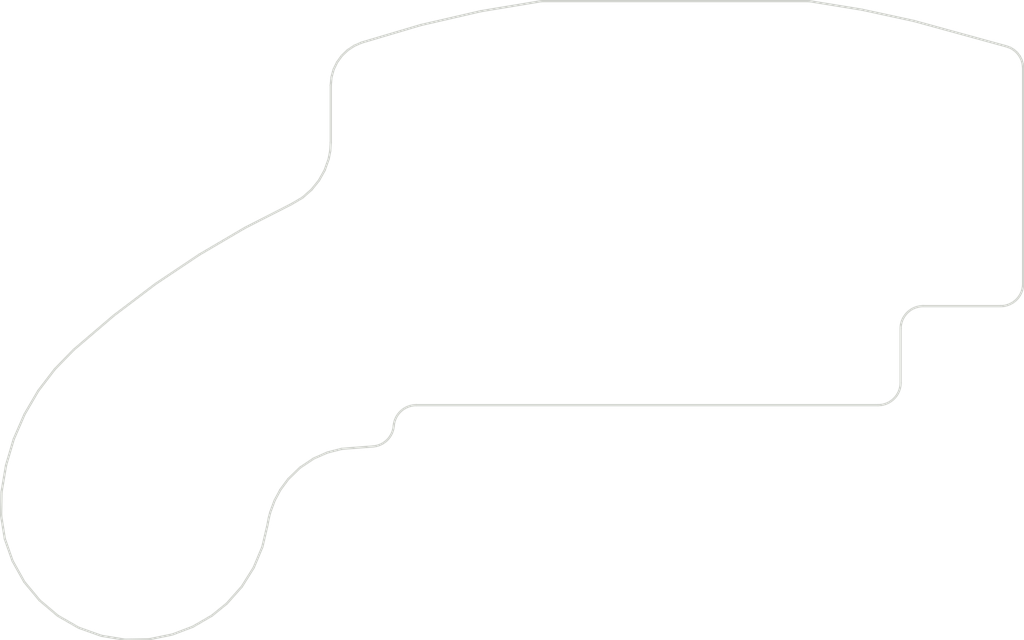
<source format=kicad_pcb>
(kicad_pcb
	(version 20241229)
	(generator "pcbnew")
	(generator_version "9.0")
	(general
		(thickness 0.99968)
		(legacy_teardrops no)
	)
	(paper "A4")
	(layers
		(0 "F.Cu" signal "Top Layer")
		(2 "B.Cu" signal "Bottom Layer")
		(9 "F.Adhes" user "F.Adhesive")
		(11 "B.Adhes" user "B.Adhesive")
		(13 "F.Paste" user "Top Paste")
		(15 "B.Paste" user "Bottom Paste")
		(5 "F.SilkS" user "Top Overlay")
		(7 "B.SilkS" user "Bottom Overlay")
		(1 "F.Mask" user "Top Solder")
		(3 "B.Mask" user "Bottom Solder")
		(17 "Dwgs.User" user "User.Drawings")
		(19 "Cmts.User" user "User.Comments")
		(21 "Eco1.User" user "User.Eco1")
		(23 "Eco2.User" user "User.Eco2")
		(25 "Edge.Cuts" user)
		(27 "Margin" user)
		(31 "F.CrtYd" user "Top Courtyard")
		(29 "B.CrtYd" user "B.Courtyard")
		(35 "F.Fab" user "Mechanical 12")
		(33 "B.Fab" user "Mechanical 13")
		(39 "User.1" user "Mechanical 1")
		(41 "User.2" user "Top Tenting")
		(43 "User.3" user)
		(45 "User.4" user "Bottom Tenting")
	)
	(setup
		(pad_to_mask_clearance 0.1016)
		(allow_soldermask_bridges_in_footprints no)
		(tenting front back)
		(aux_axis_origin 126.917105 194.98809)
		(grid_origin 126.917105 194.98809)
		(pcbplotparams
			(layerselection 0x00000000_00000000_55555555_5755f5ff)
			(plot_on_all_layers_selection 0x00000000_00000000_00000000_00000000)
			(disableapertmacros no)
			(usegerberextensions no)
			(usegerberattributes yes)
			(usegerberadvancedattributes yes)
			(creategerberjobfile yes)
			(dashed_line_dash_ratio 12.000000)
			(dashed_line_gap_ratio 3.000000)
			(svgprecision 4)
			(plotframeref no)
			(mode 1)
			(useauxorigin no)
			(hpglpennumber 1)
			(hpglpenspeed 20)
			(hpglpendiameter 15.000000)
			(pdf_front_fp_property_popups yes)
			(pdf_back_fp_property_popups yes)
			(pdf_metadata yes)
			(pdf_single_document no)
			(dxfpolygonmode yes)
			(dxfimperialunits yes)
			(dxfusepcbnewfont yes)
			(psnegative no)
			(psa4output no)
			(plot_black_and_white yes)
			(sketchpadsonfab no)
			(plotpadnumbers no)
			(hidednponfab no)
			(sketchdnponfab yes)
			(crossoutdnponfab yes)
			(subtractmaskfromsilk no)
			(outputformat 1)
			(mirror no)
			(drillshape 1)
			(scaleselection 1)
			(outputdirectory "")
		)
	)
	(net 0 "")
	(gr_line
		(start 122.442156 114.153)
		(end 122.866156 113.907)
		(stroke
			(width 0.05)
			(type default)
		)
		(layer "Edge.Cuts")
		(uuid "01bbf370-7ed4-4cc6-aeb3-fe36a4099545")
	)
	(gr_line
		(start 118.708156 109.432)
		(end 118.468156 109.986)
		(stroke
			(width 0.05)
			(type default)
		)
		(layer "Edge.Cuts")
		(uuid "06e30cdc-c556-4361-8982-3381b9a0246f")
	)
	(gr_line
		(start 125.494156 103.582)
		(end 125.459156 103.762)
		(stroke
			(width 0.05)
			(type default)
		)
		(layer "Edge.Cuts")
		(uuid "085c3a6a-b240-42c9-a642-8ef8722c1e90")
	)
	(gr_line
		(start 118.442156 112.691)
		(end 118.702156 113.156)
		(stroke
			(width 0.05)
			(type default)
		)
		(layer "Edge.Cuts")
		(uuid "0901a132-0e03-4f35-ab81-8b084182c781")
	)
	(gr_line
		(start 140.595156 101.291)
		(end 140.508156 101.259)
		(stroke
			(width 0.05)
			(type default)
		)
		(layer "Edge.Cuts")
		(uuid "0c3bb023-b387-48e8-94a1-41b8d2b1ce21")
	)
	(gr_line
		(start 119.042156 113.566)
		(end 119.449156 113.91)
		(stroke
			(width 0.05)
			(type default)
		)
		(layer "Edge.Cuts")
		(uuid "1aaebe53-9d74-494f-9084-d313375ec6e3")
	)
	(gr_line
		(start 124.128156 111.745)
		(end 124.164156 111.606)
		(stroke
			(width 0.05)
			(type default)
		)
		(layer "Edge.Cuts")
		(uuid "2a6fd3c3-843d-47eb-a920-6a05ca5baa31")
	)
	(gr_line
		(start 137.296156 100.443)
		(end 136.126156 100.253)
		(stroke
			(width 0.05)
			(type default)
		)
		(layer "Edge.Cuts")
		(uuid "2cda5bb6-87c1-4115-b912-6bd714c7e2b0")
	)
	(gr_line
		(start 138.657156 107.03)
		(end 140.376156 107.03)
		(stroke
			(width 0.05)
			(type default)
		)
		(layer "Edge.Cuts")
		(uuid "2d83d49d-e295-46d7-82f9-f1d958325237")
	)
	(gr_line
		(start 127.402843 109.23)
		(end 137.657156 109.23)
		(stroke
			(width 0.05)
			(type default)
		)
		(layer "Edge.Cuts")
		(uuid "302fa168-7e7b-4c89-b723-5a354afefa11")
	)
	(gr_line
		(start 121.989156 114.325)
		(end 122.442156 114.153)
		(stroke
			(width 0.05)
			(type default)
		)
		(layer "Edge.Cuts")
		(uuid "32d47dea-a1da-4d68-a65e-e657e853aa80")
	)
	(gr_line
		(start 125.879156 101.344)
		(end 125.751156 101.467)
		(stroke
			(width 0.05)
			(type default)
		)
		(layer "Edge.Cuts")
		(uuid "33d270a5-5278-4fe8-bc4b-f6c8c7e3122d")
	)
	(gr_line
		(start 140.876156 106.53)
		(end 140.876156 101.741)
		(stroke
			(width 0.05)
			(type default)
		)
		(layer "Edge.Cuts")
		(uuid "37669730-9d36-4064-8bb2-d6604da8b73d")
	)
	(gr_line
		(start 123.795156 112.84)
		(end 123.988156 112.378)
		(stroke
			(width 0.05)
			(type default)
		)
		(layer "Edge.Cuts")
		(uuid "3984170d-3123-44a2-be4b-7a26c71bc130")
	)
	(gr_arc
		(start 138.157156 108.73)
		(mid 138.010709 109.083553)
		(end 137.657156 109.23)
		(stroke
			(width 0.05)
			(type default)
		)
		(layer "Edge.Cuts")
		(uuid "3e4fb837-183d-4894-9ffe-5ef5e61dc92f")
	)
	(gr_line
		(start 140.508156 101.259)
		(end 138.453156 100.694)
		(stroke
			(width 0.05)
			(type default)
		)
		(layer "Edge.Cuts")
		(uuid "45e80fb4-4e31-40d4-a903-a46a0d2814ed")
	)
	(gr_line
		(start 118.702156 113.156)
		(end 119.042156 113.566)
		(stroke
			(width 0.05)
			(type default)
		)
		(layer "Edge.Cuts")
		(uuid "46476220-0843-461e-90fb-2d6839b458fc")
	)
	(gr_line
		(start 125.751156 101.467)
		(end 125.646156 101.612)
		(stroke
			(width 0.05)
			(type default)
		)
		(layer "Edge.Cuts")
		(uuid "4d87fab3-36ea-4711-aff8-d0e9a2813a51")
	)
	(gr_line
		(start 118.297156 110.566)
		(end 118.197156 111.162)
		(stroke
			(width 0.05)
			(type default)
		)
		(layer "Edge.Cuts")
		(uuid "5405117a-71bb-4f06-9e3d-ecbc94df9b18")
	)
	(gr_line
		(start 121.471156 114.431)
		(end 121.989156 114.325)
		(stroke
			(width 0.05)
			(type default)
		)
		(layer "Edge.Cuts")
		(uuid "56bf72be-1472-464e-9b6a-a53de01973d8")
	)
	(gr_line
		(start 120.689156 107.239)
		(end 119.802156 107.997)
		(stroke
			(width 0.05)
			(type default)
		)
		(layer "Edge.Cuts")
		(uuid "596972fb-b25f-46d2-8da0-bd281207401e")
	)
	(gr_line
		(start 124.635156 104.762)
		(end 123.596156 105.293)
		(stroke
			(width 0.05)
			(type default)
		)
		(layer "Edge.Cuts")
		(uuid "5ae1f671-132a-483c-9c00-8bec02f32988")
	)
	(gr_line
		(start 124.164156 111.606)
		(end 124.259156 111.349)
		(stroke
			(width 0.05)
			(type default)
		)
		(layer "Edge.Cuts")
		(uuid "5b099d60-3613-4b07-a434-ede33cb612f0")
	)
	(gr_line
		(start 140.744156 101.402)
		(end 140.675156 101.34)
		(stroke
			(width 0.05)
			(type default)
		)
		(layer "Edge.Cuts")
		(uuid "5ca07fe7-940e-4b37-ae9e-b3222a3c7799")
	)
	(gr_line
		(start 124.259156 111.349)
		(end 124.388156 111.108)
		(stroke
			(width 0.05)
			(type default)
		)
		(layer "Edge.Cuts")
		(uuid "5e5e2cad-865e-4fc7-9ebd-cfa9c6252b9a")
	)
	(gr_line
		(start 140.867156 101.648)
		(end 140.842156 101.559)
		(stroke
			(width 0.05)
			(type default)
		)
		(layer "Edge.Cuts")
		(uuid "627097eb-f77d-4e6b-a460-3870f73406d8")
	)
	(gr_line
		(start 122.866156 113.907)
		(end 123.198156 113.637)
		(stroke
			(width 0.05)
			(type default)
		)
		(layer "Edge.Cuts")
		(uuid "643f5c6e-00a9-43a1-81e5-d6aec92241c4")
	)
	(gr_line
		(start 140.800156 101.476)
		(end 140.744156 101.402)
		(stroke
			(width 0.05)
			(type default)
		)
		(layer "Edge.Cuts")
		(uuid "6bf4a784-f9aa-4a15-98b9-dd102fa752e9")
	)
	(gr_line
		(start 124.102156 111.887)
		(end 124.128156 111.745)
		(stroke
			(width 0.05)
			(type default)
		)
		(layer "Edge.Cuts")
		(uuid "6c6ee473-fb9a-435b-8ff4-baa70b114e69")
	)
	(gr_line
		(start 125.506156 102.123)
		(end 125.506156 103.396)
		(stroke
			(width 0.05)
			(type default)
		)
		(layer "Edge.Cuts")
		(uuid "6f700c93-d7d0-4b96-9fd3-a668b0180449")
	)
	(gr_line
		(start 140.876156 101.741)
		(end 140.867156 101.648)
		(stroke
			(width 0.05)
			(type default)
		)
		(layer "Edge.Cuts")
		(uuid "714706e5-76f7-4561-add4-db9f5bccc105")
	)
	(gr_line
		(start 125.079156 104.442)
		(end 124.878156 104.619)
		(stroke
			(width 0.05)
			(type default)
		)
		(layer "Edge.Cuts")
		(uuid "714e8217-efdf-4177-979a-b70480a5e00c")
	)
	(gr_line
		(start 123.596156 105.293)
		(end 122.589156 105.885)
		(stroke
			(width 0.05)
			(type default)
		)
		(layer "Edge.Cuts")
		(uuid "73e73c31-a53e-4de8-9528-b0d58124f6da")
	)
	(gr_line
		(start 125.506156 103.396)
		(end 125.494156 103.582)
		(stroke
			(width 0.05)
			(type default)
		)
		(layer "Edge.Cuts")
		(uuid "7576bc70-59d6-4550-9b39-de6572df81bb")
	)
	(gr_line
		(start 124.563156 110.871)
		(end 124.825156 110.617)
		(stroke
			(width 0.05)
			(type default)
		)
		(layer "Edge.Cuts")
		(uuid "790bd14e-e850-4bbc-b96d-f3dcb0f5ce93")
	)
	(gr_line
		(start 119.911156 114.175)
		(end 120.413156 114.354)
		(stroke
			(width 0.05)
			(type default)
		)
		(layer "Edge.Cuts")
		(uuid "7b2edd88-714c-41ca-9fdd-635b0ca1e443")
	)
	(gr_line
		(start 123.988156 112.378)
		(end 124.102156 111.887)
		(stroke
			(width 0.05)
			(type default)
		)
		(layer "Edge.Cuts")
		(uuid "7c0bf5b8-de86-4efc-b082-aa0f0425823a")
	)
	(gr_line
		(start 140.675156 101.34)
		(end 140.595156 101.291)
		(stroke
			(width 0.05)
			(type default)
		)
		(layer "Edge.Cuts")
		(uuid "83455a31-c56b-4b84-b4eb-419b5f7e8a98")
	)
	(gr_line
		(start 121.619156 106.534)
		(end 120.689156 107.239)
		(stroke
			(width 0.05)
			(type default)
		)
		(layer "Edge.Cuts")
		(uuid "8c4d5a6b-3a5c-4d35-ab9c-ea89d6551ac1")
	)
	(gr_line
		(start 123.530156 113.263)
		(end 123.795156 112.84)
		(stroke
			(width 0.05)
			(type default)
		)
		(layer "Edge.Cuts")
		(uuid "8f4819b4-8c83-4c70-b344-c630349dc7cf")
	)
	(gr_line
		(start 120.939156 114.44)
		(end 121.471156 114.431)
		(stroke
			(width 0.05)
			(type default)
		)
		(layer "Edge.Cuts")
		(uuid "920f8cd1-dd63-44e1-8a85-5e9533d8757f")
	)
	(gr_line
		(start 124.388156 111.108)
		(end 124.563156 110.871)
		(stroke
			(width 0.05)
			(type default)
		)
		(layer "Edge.Cuts")
		(uuid "9307d402-4e23-4699-b5ae-17c6197647b9")
	)
	(gr_line
		(start 130.185156 100.253)
		(end 128.836156 100.477)
		(stroke
			(width 0.05)
			(type default)
		)
		(layer "Edge.Cuts")
		(uuid "9b8ac639-53b5-4eb5-a0be-a7d883ef0dc8")
	)
	(gr_line
		(start 140.842156 101.559)
		(end 140.800156 101.476)
		(stroke
			(width 0.05)
			(type default)
		)
		(layer "Edge.Cuts")
		(uuid "a4d688bf-08e6-4bb3-9ac9-729650dcb576")
	)
	(gr_line
		(start 120.413156 114.354)
		(end 120.939156 114.44)
		(stroke
			(width 0.05)
			(type default)
		)
		(layer "Edge.Cuts")
		(uuid "a9d88833-4cc8-44d2-986c-4f125cd70326")
	)
	(gr_line
		(start 119.013156 108.91)
		(end 118.708156 109.432)
		(stroke
			(width 0.05)
			(type default)
		)
		(layer "Edge.Cuts")
		(uuid "abb9c9e8-e6ba-4f52-bb8b-11b753318f53")
	)
	(gr_line
		(start 123.198156 113.637)
		(end 123.530156 113.263)
		(stroke
			(width 0.05)
			(type default)
		)
		(layer "Edge.Cuts")
		(uuid "ad267ea5-d738-45e5-b828-d367eace77d2")
	)
	(gr_line
		(start 138.157156 108.73)
		(end 138.157156 107.53)
		(stroke
			(width 0.05)
			(type default)
		)
		(layer "Edge.Cuts")
		(uuid "b3feea95-3c45-4d9e-b499-5ba4f3a1a05c")
	)
	(gr_line
		(start 128.836156 100.477)
		(end 127.503156 100.785)
		(stroke
			(width 0.05)
			(type default)
		)
		(layer "Edge.Cuts")
		(uuid "b5e8af6b-b0d7-4c1b-a5f4-55b6554a085c")
	)
	(gr_line
		(start 119.380156 108.43)
		(end 119.013156 108.91)
		(stroke
			(width 0.05)
			(type default)
		)
		(layer "Edge.Cuts")
		(uuid "b6cceb7e-df46-48d8-a34f-924ded8474a0")
	)
	(gr_line
		(start 138.453156 100.694)
		(end 137.296156 100.443)
		(stroke
			(width 0.05)
			(type default)
		)
		(layer "Edge.Cuts")
		(uuid "bad16263-4b69-468a-915c-0a1f6a428757")
	)
	(gr_line
		(start 124.878156 104.619)
		(end 124.635156 104.762)
		(stroke
			(width 0.05)
			(type default)
		)
		(layer "Edge.Cuts")
		(uuid "bb1cb3e2-c7c3-4ba1-ae75-1f2a4ebf8b5b")
	)
	(gr_line
		(start 127.503156 100.785)
		(end 126.192156 101.174)
		(stroke
			(width 0.05)
			(type default)
		)
		(layer "Edge.Cuts")
		(uuid "bb3c796f-d5f9-48bf-aafb-81674a91cbda")
	)
	(gr_line
		(start 125.371156 104.01)
		(end 125.244156 104.237)
		(stroke
			(width 0.05)
			(type default)
		)
		(layer "Edge.Cuts")
		(uuid "bd8f6d9a-5237-4b3a-b06f-75df082dbb65")
	)
	(gr_line
		(start 125.569156 101.773)
		(end 125.522156 101.945)
		(stroke
			(width 0.05)
			(type default)
		)
		(layer "Edge.Cuts")
		(uuid "c0326976-bb9a-4d3a-84b1-d311b5b979f2")
	)
	(gr_arc
		(start 126.904499 109.689333)
		(mid 126.758771 110.003155)
		(end 126.444181 110.147218)
		(stroke
			(width 0.05)
			(type default)
		)
		(layer "Edge.Cuts")
		(uuid "c0ccd409-2503-4421-9224-4a6dac5b721b")
	)
	(gr_line
		(start 118.270156 112.199)
		(end 118.442156 112.691)
		(stroke
			(width 0.05)
			(type default)
		)
		(layer "Edge.Cuts")
		(uuid "c9bb727e-9f27-400f-a50a-a3384eacc80f")
	)
	(gr_arc
		(start 140.876156 106.53)
		(mid 140.729709 106.883553)
		(end 140.376156 107.03)
		(stroke
			(width 0.05)
			(type default)
		)
		(layer "Edge.Cuts")
		(uuid "cf16cc36-348f-4ed1-a7e6-8efde9596e39")
	)
	(gr_line
		(start 122.589156 105.885)
		(end 121.619156 106.534)
		(stroke
			(width 0.05)
			(type default)
		)
		(layer "Edge.Cuts")
		(uuid "d0e3f612-a786-4011-806b-8fe61c8ffb82")
	)
	(gr_line
		(start 118.468156 109.986)
		(end 118.297156 110.566)
		(stroke
			(width 0.05)
			(type default)
		)
		(layer "Edge.Cuts")
		(uuid "d131de92-2203-44a0-a089-9a24cc7f7566")
	)
	(gr_line
		(start 136.126156 100.253)
		(end 130.185156 100.253)
		(stroke
			(width 0.05)
			(type default)
		)
		(layer "Edge.Cuts")
		(uuid "d22b0ae1-1a69-4348-8874-5a4f8d2947d3")
	)
	(gr_line
		(start 125.646156 101.612)
		(end 125.569156 101.773)
		(stroke
			(width 0.05)
			(type default)
		)
		(layer "Edge.Cuts")
		(uuid "d4860504-3036-4ac7-92cf-b8a2b02ff1a0")
	)
	(gr_line
		(start 126.028156 101.245)
		(end 125.879156 101.344)
		(stroke
			(width 0.05)
			(type default)
		)
		(layer "Edge.Cuts")
		(uuid "d70cd559-a674-4f00-9a14-1410c7938919")
	)
	(gr_line
		(start 125.431156 110.282)
		(end 125.752156 110.2)
		(stroke
			(width 0.05)
			(type default)
		)
		(layer "Edge.Cuts")
		(uuid "d71a60ee-d582-4b60-a9cc-baf3808dcd78")
	)
	(gr_line
		(start 125.459156 103.762)
		(end 125.371156 104.01)
		(stroke
			(width 0.05)
			(type default)
		)
		(layer "Edge.Cuts")
		(uuid "d9dfc484-faea-40dc-953e-058963be7415")
	)
	(gr_arc
		(start 126.904499 109.689333)
		(mid 127.063972 109.36235)
		(end 127.402843 109.23)
		(stroke
			(width 0.05)
			(type default)
		)
		(layer "Edge.Cuts")
		(uuid "da5a3ae3-1a2f-4290-bdbc-b1bc050c94fd")
	)
	(gr_line
		(start 125.128156 110.415)
		(end 125.431156 110.282)
		(stroke
			(width 0.05)
			(type default)
		)
		(layer "Edge.Cuts")
		(uuid "da8911c2-7683-4b5d-b4da-0a48d010eb9d")
	)
	(gr_line
		(start 119.449156 113.91)
		(end 119.911156 114.175)
		(stroke
			(width 0.05)
			(type default)
		)
		(layer "Edge.Cuts")
		(uuid "df0aa4a8-4037-404d-9906-4407efc18c24")
	)
	(gr_line
		(start 119.802156 107.997)
		(end 119.380156 108.43)
		(stroke
			(width 0.05)
			(type default)
		)
		(layer "Edge.Cuts")
		(uuid "e1bba309-523d-4eef-9420-2a5051dd604f")
	)
	(gr_line
		(start 125.244156 104.237)
		(end 125.079156 104.442)
		(stroke
			(width 0.05)
			(type default)
		)
		(layer "Edge.Cuts")
		(uuid "e286b64d-4c8b-4fc2-b4cb-9afaefe7bbe4")
	)
	(gr_arc
		(start 138.157156 107.53)
		(mid 138.303603 107.176447)
		(end 138.657156 107.03)
		(stroke
			(width 0.05)
			(type default)
		)
		(layer "Edge.Cuts")
		(uuid "e3a23f59-57b4-479d-9ea7-39a2cc337d7e")
	)
	(gr_line
		(start 118.188156 111.684)
		(end 118.270156 112.199)
		(stroke
			(width 0.05)
			(type default)
		)
		(layer "Edge.Cuts")
		(uuid "e676785c-a76f-4f74-a7a5-a419139a2e47")
	)
	(gr_line
		(start 125.752156 110.2)
		(end 126.444181 110.147218)
		(stroke
			(width 0.05)
			(type default)
		)
		(layer "Edge.Cuts")
		(uuid "e9e1627e-c9c9-4c76-8e5a-24da732272fd")
	)
	(gr_line
		(start 126.192156 101.174)
		(end 126.028156 101.245)
		(stroke
			(width 0.05)
			(type default)
		)
		(layer "Edge.Cuts")
		(uuid "efcadd8b-e504-4378-a463-0f567ccdb0ea")
	)
	(gr_line
		(start 124.825156 110.617)
		(end 125.128156 110.415)
		(stroke
			(width 0.05)
			(type default)
		)
		(layer "Edge.Cuts")
		(uuid "f34ccfe5-da7b-4d5b-8ddf-acf768b8d2e1")
	)
	(gr_line
		(start 118.197156 111.162)
		(end 118.188156 111.684)
		(stroke
			(width 0.05)
			(type default)
		)
		(layer "Edge.Cuts")
		(uuid "f6a4edaa-1e1a-4d21-a58c-c00b9550ee79")
	)
	(gr_line
		(start 125.522156 101.945)
		(end 125.506156 102.123)
		(stroke
			(width 0.05)
			(type default)
		)
		(layer "Edge.Cuts")
		(uuid "fe7a8faa-06e0-4638-8c30-3642274f232a")
	)
	(embedded_fonts no)
)

</source>
